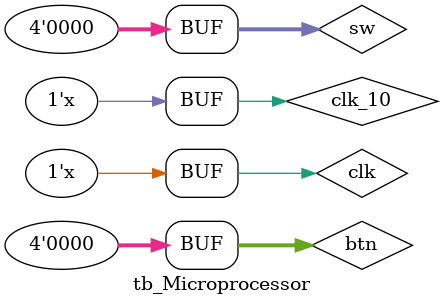
<source format=v>
`timescale 1ns / 1ps

module tb_Microprocessor();                                         //TEST Bench
    reg clk,clk_10;                                                 //ÀÔ·Â°ú Ãâ·Â ¿¬°á
    reg [3:0] sw;    
    reg [3:0] btn;         
    wire [3:0] led;           
    wire [1:0] seg_en;       
    wire [6:0] seg_ab, seg_cd;

Microprocessor uut(clk,clk_10,sw,btn,led,seg_en,seg_ab,seg_cd);     //Microprocessor module ¿¬°á

always #5 clk = ~clk;                                               // 100MHz·Î clk º¯°æ
always #50 clk_10 = ~clk_10;                                        // Overflow¸¦ À§ÇÑ 10Hz clk ¼³Á¤


initial begin
    clk=0;clk_10=0;btn=0;sw=0;                                      // ÃÊ±â°ª ¼³Á¤
    
    #100                                                            // implementation ÃÊ±â delay ¶§¹®¿¡ 100ns delay 
    #10                   btn[0] = 1'b1;                            // ADDI $1, 5, $1(1100_0001_0101_0001)
    #10                   btn[0] = 1'b0;  
    #10     sw = 4'b1100;  btn[0] = 1'b1;
    #10                   btn[0] = 1'b0;
    #10     sw = 4'b0001;  btn[0] = 1'b1;
    #10                   btn[0] = 1'b0;
    #10     sw = 4'b0101;  btn[0] = 1'b1;
    #10                   btn[0] = 1'b0;
    #10     sw = 4'b0001;  btn[0] = 1'b1;
    #10                   btn[0] = 1'b0;
    #10     sw = 4'b0000;
    #10
    #50                    btn[0] = 1'b1;
    #10                   btn[0] = 1'b0;
    #10
    #10
    
    #10                    btn[0] = 1'b1;                           // SUBI $2, 6, $2(1101_0010_0110_0010)
    #10                   btn[0] = 1'b0;  
    #10     sw = 4'b1101;  btn[0] = 1'b1;
    #10                   btn[0] = 1'b0;
    #10     sw = 4'b0010;  btn[0] = 1'b1;
    #10                   btn[0] = 1'b0;
    #10     sw = 4'b0110;  btn[0] = 1'b1;
    #10                   btn[0] = 1'b0;
    #10     sw = 4'b0010;  btn[0] = 1'b1;
    #10                   btn[0] = 1'b0;
    #10     sw = 4'b0000;
    #10
    #50                    btn[0] = 1'b1;
    #10                   btn[0] = 1'b0;
    #10
    #10
    
    #10                    btn[0] = 1'b1;                           // ADD $1, $2, $3(1010_0001_0010_0011)
    #10                   btn[0] = 1'b0;  
    #10     sw = 4'b1010;  btn[0] = 1'b1;
    #10                   btn[0] = 1'b0;
    #10     sw = 4'b0001;  btn[0] = 1'b1;
    #10                   btn[0] = 1'b0;
    #10     sw = 4'b0010;  btn[0] = 1'b1;
    #10                   btn[0] = 1'b0;
    #10     sw = 4'b0011;  btn[0] = 1'b1;
    #10                   btn[0] = 1'b0;
    #10     sw = 4'b0000;
    #10
    #50                    btn[0] = 1'b1;
    #10                   btn[0] = 1'b0;
    #10
    #10
    
    #10                    btn[0] = 1'b1;                           // NOP x x x(0000_xxxx_xxxx_xxxx)
    #10                   btn[0] = 1'b0;  
    #10     sw = 4'b0000;  btn[0] = 1'b1;
    #10                   btn[0] = 1'b0;
    #10     sw = 4'b0001;  btn[0] = 1'b1;
    #10                   btn[0] = 1'b0;
    #10     sw = 4'b0010;  btn[0] = 1'b1;
    #10                   btn[0] = 1'b0;
    #10     sw = 4'b0011;  btn[0] = 1'b1;
    #10                   btn[0] = 1'b0;
    #10     sw = 4'b0000;
    #10
    #50                    btn[0] = 1'b1;
    #10                   btn[0] = 1'b0;
    #10
    #10
    
    #10                    btn[0] = 1'b1;                           // Write  x, 7, $4(0001_xxxx_0111_0100)
    #10                   btn[0] = 1'b0;  
    #10     sw = 4'b0001;  btn[0] = 1'b1;
    #10                   btn[0] = 1'b0;
    #10     sw = 4'b0001;  btn[0] = 1'b1;
    #10                   btn[0] = 1'b0;
    #10     sw = 4'b0111;  btn[0] = 1'b1;
    #10                   btn[0] = 1'b0;
    #10     sw = 4'b0100;  btn[0] = 1'b1;
    #10                   btn[0] = 1'b0;
    #10     sw = 4'b0000;
    #10
    #50                    btn[0] = 1'b1;
    #10                   btn[0] = 1'b0;
    #10
    #10
    
    #10                    btn[0] = 1'b1;                           // SUB $4, $2, $5(1011_0100_0010_0101)
    #10                   btn[0] = 1'b0;  
    #10     sw = 4'b1011;  btn[0] = 1'b1;
    #10                   btn[0] = 1'b0;
    #10     sw = 4'b0100;  btn[0] = 1'b1;
    #10                   btn[0] = 1'b0;
    #10     sw = 4'b0010;  btn[0] = 1'b1;
    #10                   btn[0] = 1'b0;
    #10     sw = 4'b0101;  btn[0] = 1'b1;
    #10                   btn[0] = 1'b0;
    #10     sw = 4'b0000;
    #10
    #610                    btn[0] = 1'b1;
    #10                   btn[0] = 1'b0;
    #10
    #10

    #10                    btn[0] = 1'b1;                           // NOT $3, x, $5(0100_0011_xxxx_0101)
    #10                   btn[0] = 1'b0;  
    #10     sw = 4'b0100;  btn[0] = 1'b1;
    #10                   btn[0] = 1'b0;
    #10     sw = 4'b0011;  btn[0] = 1'b1;
    #10                   btn[0] = 1'b0;
    #10     sw = 4'b0111;  btn[0] = 1'b1;
    #10                   btn[0] = 1'b0;
    #10     sw = 4'b0101;  btn[0] = 1'b1;
    #10                   btn[0] = 1'b0;
    #10     sw = 4'b0000;
    #10
    #50                    btn[0] = 1'b1;
    #10                   btn[0] = 1'b0;
    #10
    #10
    
    #10                    btn[0] = 1'b1;                           // XOR $1, $3, $1(0111_0001_0011_0001)
    #10                   btn[0] = 1'b0;  
    #10     sw = 4'b0111;  btn[0] = 1'b1;
    #10                   btn[0] = 1'b0;
    #10     sw = 4'b0001;  btn[0] = 1'b1;
    #10                   btn[0] = 1'b0;
    #10     sw = 4'b0011;  btn[0] = 1'b1;
    #10                   btn[0] = 1'b0;
    #10     sw = 4'b0001;  btn[0] = 1'b1;
    #10                   btn[0] = 1'b0;
    #10     sw = 4'b0000;
    #10
    #50                    btn[0] = 1'b1;
    #10                   btn[0] = 1'b0;
    #10
    #10
    
    #10                    btn[0] = 1'b1;                           // NOR $2, $5, $5(1001_0010_0101_0101)
    #10                   btn[0] = 1'b0;  
    #10     sw = 4'b1001;  btn[0] = 1'b1;
    #10                   btn[0] = 1'b0;
    #10     sw = 4'b0010;  btn[0] = 1'b1;
    #10                   btn[0] = 1'b0;
    #10     sw = 4'b0101;  btn[0] = 1'b1;
    #10                   btn[0] = 1'b0;
    #10     sw = 4'b0101;  btn[0] = 1'b1;
    #10                   btn[0] = 1'b0;
    #10     sw = 4'b0000;
    #10
    #50                    btn[0] = 1'b1;
    #10                   btn[0] = 1'b0;
    #10
    #10
    
    #10                    btn[0] = 1'b1;                           // Read $2, x, x(0010_0010_xxxx_xxxx)
    #10                   btn[0] = 1'b0;  
    #10     sw = 4'b0010;  btn[0] = 1'b1;
    #10                   btn[0] = 1'b0;
    #10     sw = 4'b0010;  btn[0] = 1'b1;
    #10                   btn[0] = 1'b0;
    #10     sw = 4'b1110;  btn[0] = 1'b1;
    #10                   btn[0] = 1'b0;
    #10     sw = 4'b0100;  btn[0] = 1'b1;
    #10                   btn[0] = 1'b0;
    #10     sw = 4'b0000;
    #10
    #50                    btn[0] = 1'b1;
    #10                   btn[0] = 1'b0;
    #10
    #10
    
    #10                    btn[0] = 1'b1;                           // NAND $3, $1, $2(1000_0011_0001_0010)
    #10                   btn[0] = 1'b0;  
    #10     sw = 4'b1000;  btn[0] = 1'b1;
    #10                   btn[0] = 1'b0;
    #10     sw = 4'b0011;  btn[0] = 1'b1;
    #10                   btn[0] = 1'b0;
    #10     sw = 4'b0001;  btn[0] = 1'b1;
    #10                   btn[0] = 1'b0;
    #10     sw = 4'b0010;  btn[0] = 1'b1;
    #10                   btn[0] = 1'b0;
    #10     sw = 4'b0000;
    #10
    #50                    btn[0] = 1'b1;
    #10                   btn[0] = 1'b0;
    #10
    #10
    
    #10                    btn[0] = 1'b1;                           // Left Shift $2, 3, $0(1110_0010_0011_0000)
    #10                   btn[0] = 1'b0;  
    #10     sw = 4'b1110;  btn[0] = 1'b1;
    #10                   btn[0] = 1'b0;
    #10     sw = 4'b0010;  btn[0] = 1'b1;
    #10                   btn[0] = 1'b0;
    #10     sw = 4'b0011;  btn[0] = 1'b1;
    #10                   btn[0] = 1'b0;
    #10     sw = 4'b0000;  btn[0] = 1'b1;
    #10                   btn[0] = 1'b0;
    #10     sw = 4'b0000;
    #10
    #50                    btn[0] = 1'b1;
    #10                   btn[0] = 1'b0;
    #10
    #10
    
    #10                    btn[0] = 1'b1;                           // Copy $3, x, $4(0011_0011_xxxx_0100)
    #10                   btn[0] = 1'b0;  
    #10     sw = 4'b0011;  btn[0] = 1'b1;
    #10                   btn[0] = 1'b0;
    #10     sw = 4'b0011;  btn[0] = 1'b1;
    #10                   btn[0] = 1'b0;
    #10     sw = 4'b1010;  btn[0] = 1'b1;
    #10                   btn[0] = 1'b0;
    #10     sw = 4'b0100;  btn[0] = 1'b1;
    #10                   btn[0] = 1'b0;
    #10     sw = 4'b0000;
    #10
    #50                    btn[0] = 1'b1;
    #10                   btn[0] = 1'b0;
    #10
    #10
    
    #10                    btn[0] = 1'b1;                           // AND $1, $2, $3(0101_0001_0010_0011)
    #10                   btn[0] = 1'b0;  
    #10     sw = 4'b0101;  btn[0] = 1'b1;
    #10                   btn[0] = 1'b0;
    #10     sw = 4'b0001;  btn[0] = 1'b1;
    #10                   btn[0] = 1'b0;
    #10     sw = 4'b0010;  btn[0] = 1'b1;
    #10                   btn[0] = 1'b0;
    #10     sw = 4'b0011;  btn[0] = 1'b1;
    #10                   btn[0] = 1'b0;
    #10     sw = 4'b0000;
    #10
    #50                    btn[0] = 1'b1;
    #10                   btn[0] = 1'b0;
    #10
    #10
    
    #10                    btn[0] = 1'b1;                           // ADD $2, $2, $2(1010_0010_0010_0010)
    #10                   btn[0] = 1'b0;  
    #10     sw = 4'b1010;  btn[0] = 1'b1;
    #10                   btn[0] = 1'b0;
    #10     sw = 4'b0010;  btn[0] = 1'b1;
    #10                   btn[0] = 1'b0;
    #10     sw = 4'b0010;  btn[0] = 1'b1;
    #10                   btn[0] = 1'b0;
    #10     sw = 4'b0010;  btn[0] = 1'b1;
    #10                   btn[0] = 1'b0;
    #10     sw = 4'b0000;
    #10
    #610                    btn[0] = 1'b1;
    #10                   btn[0] = 1'b0;
    #10
    #10
    
    #10                    btn[0] = 1'b1;                           // OR $2, $1, $1(0110_0010_0001_0001)
    #10                   btn[0] = 1'b0;  
    #10     sw = 4'b0110;  btn[0] = 1'b1;
    #10                   btn[0] = 1'b0;
    #10     sw = 4'b0010;  btn[0] = 1'b1;
    #10                   btn[0] = 1'b0;
    #10     sw = 4'b0001;  btn[0] = 1'b1;
    #10                   btn[0] = 1'b0;
    #10     sw = 4'b0001;  btn[0] = 1'b1;
    #10                   btn[0] = 1'b0;
    #10     sw = 4'b0000;
    #10
    #50                    btn[0] = 1'b1;
    #10                   btn[0] = 1'b0;
    #10
    #10
    
    #10                    btn[0] = 1'b1;                           // Shift Right $2, 1, $5(1111_0010_0001_0101)
    #10                   btn[0] = 1'b0;  
    #10     sw = 4'b1111;  btn[0] = 1'b1;
    #10                   btn[0] = 1'b0;
    #10     sw = 4'b0010;  btn[0] = 1'b1;
    #10                   btn[0] = 1'b0;
    #10     sw = 4'b0001;  btn[0] = 1'b1;
    #10                   btn[0] = 1'b0;
    #10     sw = 4'b0101;  btn[0] = 1'b1;
    #10                   btn[0] = 1'b0;
    #10     sw = 4'b0000;
    #10
    #50                    btn[0] = 1'b1;
    #10                   btn[0] = 1'b0;
    #10
    #10;
end

endmodule

</source>
